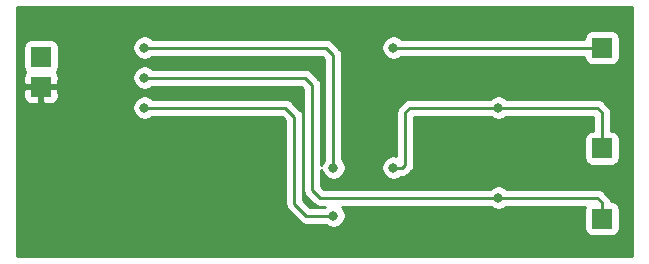
<source format=gbl>
%TF.GenerationSoftware,KiCad,Pcbnew,5.1.6*%
%TF.CreationDate,2020-09-24T12:30:59+09:00*%
%TF.ProjectId,circuit-2,63697263-7569-4742-9d32-2e6b69636164,rev?*%
%TF.SameCoordinates,Original*%
%TF.FileFunction,Copper,L2,Bot*%
%TF.FilePolarity,Positive*%
%FSLAX46Y46*%
G04 Gerber Fmt 4.6, Leading zero omitted, Abs format (unit mm)*
G04 Created by KiCad (PCBNEW 5.1.6) date 2020-09-24 12:30:59*
%MOMM*%
%LPD*%
G01*
G04 APERTURE LIST*
%TA.AperFunction,ComponentPad*%
%ADD10R,1.700000X1.700000*%
%TD*%
%TA.AperFunction,ViaPad*%
%ADD11C,0.800000*%
%TD*%
%TA.AperFunction,Conductor*%
%ADD12C,0.250000*%
%TD*%
%TA.AperFunction,Conductor*%
%ADD13C,0.254000*%
%TD*%
G04 APERTURE END LIST*
D10*
%TO.P,Q0,1*%
%TO.N,Net-(J3-Pad1)*%
X97536000Y-57023000D03*
%TD*%
%TO.P,Q1,1*%
%TO.N,Net-(J4-Pad1)*%
X97536000Y-62992000D03*
%TD*%
%TO.P,Vcc,1*%
%TO.N,VCC*%
X50038000Y-49276000D03*
%TD*%
%TO.P,Clock,1*%
%TO.N,CK*%
X97536000Y-48514000D03*
%TD*%
%TO.P,GND,1*%
%TO.N,GND*%
X50038000Y-51816000D03*
%TD*%
D11*
%TO.N,GND*%
X48768000Y-65405000D03*
X88773000Y-56134000D03*
%TO.N,CK*%
X79883000Y-48514000D03*
%TO.N,Net-(J3-Pad1)*%
X88773000Y-53594000D03*
X79883000Y-58674000D03*
X74803000Y-58674000D03*
X58801000Y-48514000D03*
%TO.N,Net-(J4-Pad1)*%
X58801000Y-51054000D03*
X88773000Y-61214000D03*
%TO.N,Net-(U1-Pad2)*%
X74803000Y-62738000D03*
X58801000Y-53594000D03*
%TD*%
D12*
%TO.N,CK*%
X79883000Y-48514000D02*
X94234000Y-48514000D01*
X94234000Y-48514000D02*
X97536000Y-48514000D01*
%TO.N,Net-(J3-Pad1)*%
X80645000Y-58674000D02*
X79883000Y-58674000D01*
X80899000Y-58420000D02*
X80645000Y-58674000D01*
X80899000Y-53975000D02*
X80899000Y-58420000D01*
X81280000Y-53594000D02*
X80899000Y-53975000D01*
X88773000Y-53594000D02*
X81280000Y-53594000D01*
X97536000Y-53975000D02*
X97155000Y-53594000D01*
X97536000Y-55245000D02*
X97536000Y-53975000D01*
X97155000Y-53594000D02*
X88773000Y-53594000D01*
X74803000Y-49149000D02*
X74803000Y-58674000D01*
X74168000Y-48514000D02*
X74803000Y-49149000D01*
X58801000Y-48514000D02*
X74168000Y-48514000D01*
X97536000Y-55245000D02*
X97536000Y-57023000D01*
%TO.N,Net-(J4-Pad1)*%
X72390000Y-51054000D02*
X58801000Y-51054000D01*
X73025000Y-51689000D02*
X72390000Y-51054000D01*
X73025000Y-60579000D02*
X73025000Y-51689000D01*
X73660000Y-61214000D02*
X73025000Y-60579000D01*
X88773000Y-61214000D02*
X73660000Y-61214000D01*
X97536000Y-61595000D02*
X97155000Y-61214000D01*
X97536000Y-62992000D02*
X97536000Y-61595000D01*
X88773000Y-61214000D02*
X97155000Y-61214000D01*
%TO.N,Net-(U1-Pad2)*%
X71501000Y-61722000D02*
X72517000Y-62738000D01*
X72517000Y-62738000D02*
X74803000Y-62738000D01*
X71501000Y-54356000D02*
X71501000Y-61722000D01*
X70739000Y-53594000D02*
X71501000Y-54356000D01*
X58801000Y-53594000D02*
X70739000Y-53594000D01*
%TD*%
D13*
%TO.N,GND*%
G36*
X100076000Y-66167000D02*
G01*
X48006000Y-66167000D01*
X48006000Y-52666000D01*
X48549928Y-52666000D01*
X48562188Y-52790482D01*
X48598498Y-52910180D01*
X48657463Y-53020494D01*
X48736815Y-53117185D01*
X48833506Y-53196537D01*
X48943820Y-53255502D01*
X49063518Y-53291812D01*
X49188000Y-53304072D01*
X49752250Y-53301000D01*
X49911000Y-53142250D01*
X49911000Y-51943000D01*
X50165000Y-51943000D01*
X50165000Y-53142250D01*
X50323750Y-53301000D01*
X50888000Y-53304072D01*
X51012482Y-53291812D01*
X51132180Y-53255502D01*
X51242494Y-53196537D01*
X51339185Y-53117185D01*
X51418537Y-53020494D01*
X51477502Y-52910180D01*
X51513812Y-52790482D01*
X51526072Y-52666000D01*
X51523000Y-52101750D01*
X51364250Y-51943000D01*
X50165000Y-51943000D01*
X49911000Y-51943000D01*
X48711750Y-51943000D01*
X48553000Y-52101750D01*
X48549928Y-52666000D01*
X48006000Y-52666000D01*
X48006000Y-48426000D01*
X48549928Y-48426000D01*
X48549928Y-50126000D01*
X48562188Y-50250482D01*
X48598498Y-50370180D01*
X48657463Y-50480494D01*
X48711222Y-50546000D01*
X48657463Y-50611506D01*
X48598498Y-50721820D01*
X48562188Y-50841518D01*
X48549928Y-50966000D01*
X48553000Y-51530250D01*
X48711750Y-51689000D01*
X49911000Y-51689000D01*
X49911000Y-51669000D01*
X50165000Y-51669000D01*
X50165000Y-51689000D01*
X51364250Y-51689000D01*
X51523000Y-51530250D01*
X51526072Y-50966000D01*
X51513812Y-50841518D01*
X51477502Y-50721820D01*
X51418537Y-50611506D01*
X51364778Y-50546000D01*
X51418537Y-50480494D01*
X51477502Y-50370180D01*
X51513812Y-50250482D01*
X51526072Y-50126000D01*
X51526072Y-48426000D01*
X51524700Y-48412061D01*
X57766000Y-48412061D01*
X57766000Y-48615939D01*
X57805774Y-48815898D01*
X57883795Y-49004256D01*
X57997063Y-49173774D01*
X58141226Y-49317937D01*
X58310744Y-49431205D01*
X58499102Y-49509226D01*
X58699061Y-49549000D01*
X58902939Y-49549000D01*
X59102898Y-49509226D01*
X59291256Y-49431205D01*
X59460774Y-49317937D01*
X59504711Y-49274000D01*
X73853199Y-49274000D01*
X74043000Y-49463802D01*
X74043001Y-57970288D01*
X73999063Y-58014226D01*
X73885795Y-58183744D01*
X73807774Y-58372102D01*
X73785000Y-58486596D01*
X73785000Y-51726333D01*
X73788677Y-51689000D01*
X73774003Y-51540014D01*
X73730546Y-51396753D01*
X73659974Y-51264724D01*
X73588799Y-51177997D01*
X73565001Y-51148999D01*
X73536002Y-51125200D01*
X72953803Y-50543002D01*
X72930001Y-50513999D01*
X72814276Y-50419026D01*
X72682247Y-50348454D01*
X72538986Y-50304997D01*
X72427333Y-50294000D01*
X72427322Y-50294000D01*
X72390000Y-50290324D01*
X72352678Y-50294000D01*
X59504711Y-50294000D01*
X59460774Y-50250063D01*
X59291256Y-50136795D01*
X59102898Y-50058774D01*
X58902939Y-50019000D01*
X58699061Y-50019000D01*
X58499102Y-50058774D01*
X58310744Y-50136795D01*
X58141226Y-50250063D01*
X57997063Y-50394226D01*
X57883795Y-50563744D01*
X57805774Y-50752102D01*
X57766000Y-50952061D01*
X57766000Y-51155939D01*
X57805774Y-51355898D01*
X57883795Y-51544256D01*
X57997063Y-51713774D01*
X58141226Y-51857937D01*
X58310744Y-51971205D01*
X58499102Y-52049226D01*
X58699061Y-52089000D01*
X58902939Y-52089000D01*
X59102898Y-52049226D01*
X59291256Y-51971205D01*
X59460774Y-51857937D01*
X59504711Y-51814000D01*
X72075199Y-51814000D01*
X72265001Y-52003803D01*
X72265000Y-60541678D01*
X72261324Y-60579000D01*
X72265000Y-60616322D01*
X72265000Y-60616332D01*
X72275997Y-60727985D01*
X72307344Y-60831323D01*
X72319454Y-60871246D01*
X72390026Y-61003276D01*
X72429871Y-61051826D01*
X72484999Y-61119001D01*
X72514002Y-61142803D01*
X73096200Y-61725002D01*
X73119999Y-61754001D01*
X73148997Y-61777799D01*
X73235724Y-61848974D01*
X73367753Y-61919546D01*
X73511014Y-61963003D01*
X73660000Y-61977677D01*
X73697333Y-61974000D01*
X74103289Y-61974000D01*
X74099289Y-61978000D01*
X72831802Y-61978000D01*
X72261000Y-61407199D01*
X72261000Y-54393325D01*
X72264676Y-54356000D01*
X72261000Y-54318675D01*
X72261000Y-54318667D01*
X72250003Y-54207014D01*
X72206546Y-54063753D01*
X72135974Y-53931724D01*
X72041001Y-53815999D01*
X72012004Y-53792202D01*
X71302803Y-53083002D01*
X71279001Y-53053999D01*
X71163276Y-52959026D01*
X71031247Y-52888454D01*
X70887986Y-52844997D01*
X70776333Y-52834000D01*
X70776322Y-52834000D01*
X70739000Y-52830324D01*
X70701678Y-52834000D01*
X59504711Y-52834000D01*
X59460774Y-52790063D01*
X59291256Y-52676795D01*
X59102898Y-52598774D01*
X58902939Y-52559000D01*
X58699061Y-52559000D01*
X58499102Y-52598774D01*
X58310744Y-52676795D01*
X58141226Y-52790063D01*
X57997063Y-52934226D01*
X57883795Y-53103744D01*
X57805774Y-53292102D01*
X57766000Y-53492061D01*
X57766000Y-53695939D01*
X57805774Y-53895898D01*
X57883795Y-54084256D01*
X57997063Y-54253774D01*
X58141226Y-54397937D01*
X58310744Y-54511205D01*
X58499102Y-54589226D01*
X58699061Y-54629000D01*
X58902939Y-54629000D01*
X59102898Y-54589226D01*
X59291256Y-54511205D01*
X59460774Y-54397937D01*
X59504711Y-54354000D01*
X70424199Y-54354000D01*
X70741000Y-54670802D01*
X70741001Y-61684668D01*
X70737324Y-61722000D01*
X70741001Y-61759333D01*
X70751998Y-61870986D01*
X70760138Y-61897820D01*
X70795454Y-62014246D01*
X70866026Y-62146276D01*
X70932273Y-62226997D01*
X70961000Y-62262001D01*
X70989998Y-62285799D01*
X71953201Y-63249003D01*
X71976999Y-63278001D01*
X72005997Y-63301799D01*
X72092723Y-63372974D01*
X72173733Y-63416275D01*
X72224753Y-63443546D01*
X72368014Y-63487003D01*
X72479667Y-63498000D01*
X72479677Y-63498000D01*
X72517000Y-63501676D01*
X72554322Y-63498000D01*
X74099289Y-63498000D01*
X74143226Y-63541937D01*
X74312744Y-63655205D01*
X74501102Y-63733226D01*
X74701061Y-63773000D01*
X74904939Y-63773000D01*
X75104898Y-63733226D01*
X75293256Y-63655205D01*
X75462774Y-63541937D01*
X75606937Y-63397774D01*
X75720205Y-63228256D01*
X75798226Y-63039898D01*
X75838000Y-62839939D01*
X75838000Y-62636061D01*
X75798226Y-62436102D01*
X75720205Y-62247744D01*
X75606937Y-62078226D01*
X75502711Y-61974000D01*
X88069289Y-61974000D01*
X88113226Y-62017937D01*
X88282744Y-62131205D01*
X88471102Y-62209226D01*
X88671061Y-62249000D01*
X88874939Y-62249000D01*
X89074898Y-62209226D01*
X89263256Y-62131205D01*
X89432774Y-62017937D01*
X89476711Y-61974000D01*
X96073389Y-61974000D01*
X96060188Y-62017518D01*
X96047928Y-62142000D01*
X96047928Y-63842000D01*
X96060188Y-63966482D01*
X96096498Y-64086180D01*
X96155463Y-64196494D01*
X96234815Y-64293185D01*
X96331506Y-64372537D01*
X96441820Y-64431502D01*
X96561518Y-64467812D01*
X96686000Y-64480072D01*
X98386000Y-64480072D01*
X98510482Y-64467812D01*
X98630180Y-64431502D01*
X98740494Y-64372537D01*
X98837185Y-64293185D01*
X98916537Y-64196494D01*
X98975502Y-64086180D01*
X99011812Y-63966482D01*
X99024072Y-63842000D01*
X99024072Y-62142000D01*
X99011812Y-62017518D01*
X98975502Y-61897820D01*
X98916537Y-61787506D01*
X98837185Y-61690815D01*
X98740494Y-61611463D01*
X98630180Y-61552498D01*
X98510482Y-61516188D01*
X98386000Y-61503928D01*
X98290707Y-61503928D01*
X98285003Y-61446014D01*
X98241546Y-61302753D01*
X98170974Y-61170724D01*
X98076001Y-61054999D01*
X98046997Y-61031196D01*
X97718804Y-60703003D01*
X97695001Y-60673999D01*
X97579276Y-60579026D01*
X97447247Y-60508454D01*
X97303986Y-60464997D01*
X97192333Y-60454000D01*
X97192322Y-60454000D01*
X97155000Y-60450324D01*
X97117678Y-60454000D01*
X89476711Y-60454000D01*
X89432774Y-60410063D01*
X89263256Y-60296795D01*
X89074898Y-60218774D01*
X88874939Y-60179000D01*
X88671061Y-60179000D01*
X88471102Y-60218774D01*
X88282744Y-60296795D01*
X88113226Y-60410063D01*
X88069289Y-60454000D01*
X73974802Y-60454000D01*
X73785000Y-60264199D01*
X73785000Y-58861404D01*
X73807774Y-58975898D01*
X73885795Y-59164256D01*
X73999063Y-59333774D01*
X74143226Y-59477937D01*
X74312744Y-59591205D01*
X74501102Y-59669226D01*
X74701061Y-59709000D01*
X74904939Y-59709000D01*
X75104898Y-59669226D01*
X75293256Y-59591205D01*
X75462774Y-59477937D01*
X75606937Y-59333774D01*
X75720205Y-59164256D01*
X75798226Y-58975898D01*
X75838000Y-58775939D01*
X75838000Y-58572061D01*
X78848000Y-58572061D01*
X78848000Y-58775939D01*
X78887774Y-58975898D01*
X78965795Y-59164256D01*
X79079063Y-59333774D01*
X79223226Y-59477937D01*
X79392744Y-59591205D01*
X79581102Y-59669226D01*
X79781061Y-59709000D01*
X79984939Y-59709000D01*
X80184898Y-59669226D01*
X80373256Y-59591205D01*
X80542774Y-59477937D01*
X80586711Y-59434000D01*
X80607678Y-59434000D01*
X80645000Y-59437676D01*
X80682322Y-59434000D01*
X80682333Y-59434000D01*
X80793986Y-59423003D01*
X80937247Y-59379546D01*
X81069276Y-59308974D01*
X81185001Y-59214001D01*
X81208804Y-59184997D01*
X81409997Y-58983804D01*
X81439001Y-58960001D01*
X81533974Y-58844276D01*
X81604546Y-58712247D01*
X81648003Y-58568986D01*
X81659000Y-58457333D01*
X81659000Y-58457324D01*
X81662676Y-58420001D01*
X81659000Y-58382678D01*
X81659000Y-54354000D01*
X88069289Y-54354000D01*
X88113226Y-54397937D01*
X88282744Y-54511205D01*
X88471102Y-54589226D01*
X88671061Y-54629000D01*
X88874939Y-54629000D01*
X89074898Y-54589226D01*
X89263256Y-54511205D01*
X89432774Y-54397937D01*
X89476711Y-54354000D01*
X96776001Y-54354000D01*
X96776000Y-55207667D01*
X96776000Y-55534928D01*
X96686000Y-55534928D01*
X96561518Y-55547188D01*
X96441820Y-55583498D01*
X96331506Y-55642463D01*
X96234815Y-55721815D01*
X96155463Y-55818506D01*
X96096498Y-55928820D01*
X96060188Y-56048518D01*
X96047928Y-56173000D01*
X96047928Y-57873000D01*
X96060188Y-57997482D01*
X96096498Y-58117180D01*
X96155463Y-58227494D01*
X96234815Y-58324185D01*
X96331506Y-58403537D01*
X96441820Y-58462502D01*
X96561518Y-58498812D01*
X96686000Y-58511072D01*
X98386000Y-58511072D01*
X98510482Y-58498812D01*
X98630180Y-58462502D01*
X98740494Y-58403537D01*
X98837185Y-58324185D01*
X98916537Y-58227494D01*
X98975502Y-58117180D01*
X99011812Y-57997482D01*
X99024072Y-57873000D01*
X99024072Y-56173000D01*
X99011812Y-56048518D01*
X98975502Y-55928820D01*
X98916537Y-55818506D01*
X98837185Y-55721815D01*
X98740494Y-55642463D01*
X98630180Y-55583498D01*
X98510482Y-55547188D01*
X98386000Y-55534928D01*
X98296000Y-55534928D01*
X98296000Y-54012322D01*
X98299676Y-53974999D01*
X98296000Y-53937676D01*
X98296000Y-53937667D01*
X98285003Y-53826014D01*
X98241546Y-53682753D01*
X98170974Y-53550724D01*
X98076001Y-53434999D01*
X98046997Y-53411196D01*
X97718804Y-53083003D01*
X97695001Y-53053999D01*
X97579276Y-52959026D01*
X97447247Y-52888454D01*
X97303986Y-52844997D01*
X97192333Y-52834000D01*
X97192322Y-52834000D01*
X97155000Y-52830324D01*
X97117678Y-52834000D01*
X89476711Y-52834000D01*
X89432774Y-52790063D01*
X89263256Y-52676795D01*
X89074898Y-52598774D01*
X88874939Y-52559000D01*
X88671061Y-52559000D01*
X88471102Y-52598774D01*
X88282744Y-52676795D01*
X88113226Y-52790063D01*
X88069289Y-52834000D01*
X81317322Y-52834000D01*
X81279999Y-52830324D01*
X81242676Y-52834000D01*
X81242667Y-52834000D01*
X81131014Y-52844997D01*
X80987753Y-52888454D01*
X80855724Y-52959026D01*
X80739999Y-53053999D01*
X80716196Y-53083003D01*
X80388003Y-53411196D01*
X80358999Y-53434999D01*
X80312170Y-53492061D01*
X80264026Y-53550724D01*
X80210719Y-53650454D01*
X80193454Y-53682754D01*
X80149997Y-53826015D01*
X80139000Y-53937668D01*
X80139000Y-53937678D01*
X80135324Y-53975000D01*
X80139000Y-54012323D01*
X80139001Y-57669645D01*
X79984939Y-57639000D01*
X79781061Y-57639000D01*
X79581102Y-57678774D01*
X79392744Y-57756795D01*
X79223226Y-57870063D01*
X79079063Y-58014226D01*
X78965795Y-58183744D01*
X78887774Y-58372102D01*
X78848000Y-58572061D01*
X75838000Y-58572061D01*
X75798226Y-58372102D01*
X75720205Y-58183744D01*
X75606937Y-58014226D01*
X75563000Y-57970289D01*
X75563000Y-49186333D01*
X75566677Y-49149000D01*
X75552003Y-49000014D01*
X75508546Y-48856753D01*
X75437974Y-48724724D01*
X75366799Y-48637997D01*
X75343001Y-48608999D01*
X75314004Y-48585202D01*
X75140863Y-48412061D01*
X78848000Y-48412061D01*
X78848000Y-48615939D01*
X78887774Y-48815898D01*
X78965795Y-49004256D01*
X79079063Y-49173774D01*
X79223226Y-49317937D01*
X79392744Y-49431205D01*
X79581102Y-49509226D01*
X79781061Y-49549000D01*
X79984939Y-49549000D01*
X80184898Y-49509226D01*
X80373256Y-49431205D01*
X80542774Y-49317937D01*
X80586711Y-49274000D01*
X96047928Y-49274000D01*
X96047928Y-49364000D01*
X96060188Y-49488482D01*
X96096498Y-49608180D01*
X96155463Y-49718494D01*
X96234815Y-49815185D01*
X96331506Y-49894537D01*
X96441820Y-49953502D01*
X96561518Y-49989812D01*
X96686000Y-50002072D01*
X98386000Y-50002072D01*
X98510482Y-49989812D01*
X98630180Y-49953502D01*
X98740494Y-49894537D01*
X98837185Y-49815185D01*
X98916537Y-49718494D01*
X98975502Y-49608180D01*
X99011812Y-49488482D01*
X99024072Y-49364000D01*
X99024072Y-47664000D01*
X99011812Y-47539518D01*
X98975502Y-47419820D01*
X98916537Y-47309506D01*
X98837185Y-47212815D01*
X98740494Y-47133463D01*
X98630180Y-47074498D01*
X98510482Y-47038188D01*
X98386000Y-47025928D01*
X96686000Y-47025928D01*
X96561518Y-47038188D01*
X96441820Y-47074498D01*
X96331506Y-47133463D01*
X96234815Y-47212815D01*
X96155463Y-47309506D01*
X96096498Y-47419820D01*
X96060188Y-47539518D01*
X96047928Y-47664000D01*
X96047928Y-47754000D01*
X80586711Y-47754000D01*
X80542774Y-47710063D01*
X80373256Y-47596795D01*
X80184898Y-47518774D01*
X79984939Y-47479000D01*
X79781061Y-47479000D01*
X79581102Y-47518774D01*
X79392744Y-47596795D01*
X79223226Y-47710063D01*
X79079063Y-47854226D01*
X78965795Y-48023744D01*
X78887774Y-48212102D01*
X78848000Y-48412061D01*
X75140863Y-48412061D01*
X74731803Y-48003002D01*
X74708001Y-47973999D01*
X74592276Y-47879026D01*
X74460247Y-47808454D01*
X74316986Y-47764997D01*
X74205333Y-47754000D01*
X74205322Y-47754000D01*
X74168000Y-47750324D01*
X74130678Y-47754000D01*
X59504711Y-47754000D01*
X59460774Y-47710063D01*
X59291256Y-47596795D01*
X59102898Y-47518774D01*
X58902939Y-47479000D01*
X58699061Y-47479000D01*
X58499102Y-47518774D01*
X58310744Y-47596795D01*
X58141226Y-47710063D01*
X57997063Y-47854226D01*
X57883795Y-48023744D01*
X57805774Y-48212102D01*
X57766000Y-48412061D01*
X51524700Y-48412061D01*
X51513812Y-48301518D01*
X51477502Y-48181820D01*
X51418537Y-48071506D01*
X51339185Y-47974815D01*
X51242494Y-47895463D01*
X51132180Y-47836498D01*
X51012482Y-47800188D01*
X50888000Y-47787928D01*
X49188000Y-47787928D01*
X49063518Y-47800188D01*
X48943820Y-47836498D01*
X48833506Y-47895463D01*
X48736815Y-47974815D01*
X48657463Y-48071506D01*
X48598498Y-48181820D01*
X48562188Y-48301518D01*
X48549928Y-48426000D01*
X48006000Y-48426000D01*
X48006000Y-45085000D01*
X100076000Y-45085000D01*
X100076000Y-66167000D01*
G37*
X100076000Y-66167000D02*
X48006000Y-66167000D01*
X48006000Y-52666000D01*
X48549928Y-52666000D01*
X48562188Y-52790482D01*
X48598498Y-52910180D01*
X48657463Y-53020494D01*
X48736815Y-53117185D01*
X48833506Y-53196537D01*
X48943820Y-53255502D01*
X49063518Y-53291812D01*
X49188000Y-53304072D01*
X49752250Y-53301000D01*
X49911000Y-53142250D01*
X49911000Y-51943000D01*
X50165000Y-51943000D01*
X50165000Y-53142250D01*
X50323750Y-53301000D01*
X50888000Y-53304072D01*
X51012482Y-53291812D01*
X51132180Y-53255502D01*
X51242494Y-53196537D01*
X51339185Y-53117185D01*
X51418537Y-53020494D01*
X51477502Y-52910180D01*
X51513812Y-52790482D01*
X51526072Y-52666000D01*
X51523000Y-52101750D01*
X51364250Y-51943000D01*
X50165000Y-51943000D01*
X49911000Y-51943000D01*
X48711750Y-51943000D01*
X48553000Y-52101750D01*
X48549928Y-52666000D01*
X48006000Y-52666000D01*
X48006000Y-48426000D01*
X48549928Y-48426000D01*
X48549928Y-50126000D01*
X48562188Y-50250482D01*
X48598498Y-50370180D01*
X48657463Y-50480494D01*
X48711222Y-50546000D01*
X48657463Y-50611506D01*
X48598498Y-50721820D01*
X48562188Y-50841518D01*
X48549928Y-50966000D01*
X48553000Y-51530250D01*
X48711750Y-51689000D01*
X49911000Y-51689000D01*
X49911000Y-51669000D01*
X50165000Y-51669000D01*
X50165000Y-51689000D01*
X51364250Y-51689000D01*
X51523000Y-51530250D01*
X51526072Y-50966000D01*
X51513812Y-50841518D01*
X51477502Y-50721820D01*
X51418537Y-50611506D01*
X51364778Y-50546000D01*
X51418537Y-50480494D01*
X51477502Y-50370180D01*
X51513812Y-50250482D01*
X51526072Y-50126000D01*
X51526072Y-48426000D01*
X51524700Y-48412061D01*
X57766000Y-48412061D01*
X57766000Y-48615939D01*
X57805774Y-48815898D01*
X57883795Y-49004256D01*
X57997063Y-49173774D01*
X58141226Y-49317937D01*
X58310744Y-49431205D01*
X58499102Y-49509226D01*
X58699061Y-49549000D01*
X58902939Y-49549000D01*
X59102898Y-49509226D01*
X59291256Y-49431205D01*
X59460774Y-49317937D01*
X59504711Y-49274000D01*
X73853199Y-49274000D01*
X74043000Y-49463802D01*
X74043001Y-57970288D01*
X73999063Y-58014226D01*
X73885795Y-58183744D01*
X73807774Y-58372102D01*
X73785000Y-58486596D01*
X73785000Y-51726333D01*
X73788677Y-51689000D01*
X73774003Y-51540014D01*
X73730546Y-51396753D01*
X73659974Y-51264724D01*
X73588799Y-51177997D01*
X73565001Y-51148999D01*
X73536002Y-51125200D01*
X72953803Y-50543002D01*
X72930001Y-50513999D01*
X72814276Y-50419026D01*
X72682247Y-50348454D01*
X72538986Y-50304997D01*
X72427333Y-50294000D01*
X72427322Y-50294000D01*
X72390000Y-50290324D01*
X72352678Y-50294000D01*
X59504711Y-50294000D01*
X59460774Y-50250063D01*
X59291256Y-50136795D01*
X59102898Y-50058774D01*
X58902939Y-50019000D01*
X58699061Y-50019000D01*
X58499102Y-50058774D01*
X58310744Y-50136795D01*
X58141226Y-50250063D01*
X57997063Y-50394226D01*
X57883795Y-50563744D01*
X57805774Y-50752102D01*
X57766000Y-50952061D01*
X57766000Y-51155939D01*
X57805774Y-51355898D01*
X57883795Y-51544256D01*
X57997063Y-51713774D01*
X58141226Y-51857937D01*
X58310744Y-51971205D01*
X58499102Y-52049226D01*
X58699061Y-52089000D01*
X58902939Y-52089000D01*
X59102898Y-52049226D01*
X59291256Y-51971205D01*
X59460774Y-51857937D01*
X59504711Y-51814000D01*
X72075199Y-51814000D01*
X72265001Y-52003803D01*
X72265000Y-60541678D01*
X72261324Y-60579000D01*
X72265000Y-60616322D01*
X72265000Y-60616332D01*
X72275997Y-60727985D01*
X72307344Y-60831323D01*
X72319454Y-60871246D01*
X72390026Y-61003276D01*
X72429871Y-61051826D01*
X72484999Y-61119001D01*
X72514002Y-61142803D01*
X73096200Y-61725002D01*
X73119999Y-61754001D01*
X73148997Y-61777799D01*
X73235724Y-61848974D01*
X73367753Y-61919546D01*
X73511014Y-61963003D01*
X73660000Y-61977677D01*
X73697333Y-61974000D01*
X74103289Y-61974000D01*
X74099289Y-61978000D01*
X72831802Y-61978000D01*
X72261000Y-61407199D01*
X72261000Y-54393325D01*
X72264676Y-54356000D01*
X72261000Y-54318675D01*
X72261000Y-54318667D01*
X72250003Y-54207014D01*
X72206546Y-54063753D01*
X72135974Y-53931724D01*
X72041001Y-53815999D01*
X72012004Y-53792202D01*
X71302803Y-53083002D01*
X71279001Y-53053999D01*
X71163276Y-52959026D01*
X71031247Y-52888454D01*
X70887986Y-52844997D01*
X70776333Y-52834000D01*
X70776322Y-52834000D01*
X70739000Y-52830324D01*
X70701678Y-52834000D01*
X59504711Y-52834000D01*
X59460774Y-52790063D01*
X59291256Y-52676795D01*
X59102898Y-52598774D01*
X58902939Y-52559000D01*
X58699061Y-52559000D01*
X58499102Y-52598774D01*
X58310744Y-52676795D01*
X58141226Y-52790063D01*
X57997063Y-52934226D01*
X57883795Y-53103744D01*
X57805774Y-53292102D01*
X57766000Y-53492061D01*
X57766000Y-53695939D01*
X57805774Y-53895898D01*
X57883795Y-54084256D01*
X57997063Y-54253774D01*
X58141226Y-54397937D01*
X58310744Y-54511205D01*
X58499102Y-54589226D01*
X58699061Y-54629000D01*
X58902939Y-54629000D01*
X59102898Y-54589226D01*
X59291256Y-54511205D01*
X59460774Y-54397937D01*
X59504711Y-54354000D01*
X70424199Y-54354000D01*
X70741000Y-54670802D01*
X70741001Y-61684668D01*
X70737324Y-61722000D01*
X70741001Y-61759333D01*
X70751998Y-61870986D01*
X70760138Y-61897820D01*
X70795454Y-62014246D01*
X70866026Y-62146276D01*
X70932273Y-62226997D01*
X70961000Y-62262001D01*
X70989998Y-62285799D01*
X71953201Y-63249003D01*
X71976999Y-63278001D01*
X72005997Y-63301799D01*
X72092723Y-63372974D01*
X72173733Y-63416275D01*
X72224753Y-63443546D01*
X72368014Y-63487003D01*
X72479667Y-63498000D01*
X72479677Y-63498000D01*
X72517000Y-63501676D01*
X72554322Y-63498000D01*
X74099289Y-63498000D01*
X74143226Y-63541937D01*
X74312744Y-63655205D01*
X74501102Y-63733226D01*
X74701061Y-63773000D01*
X74904939Y-63773000D01*
X75104898Y-63733226D01*
X75293256Y-63655205D01*
X75462774Y-63541937D01*
X75606937Y-63397774D01*
X75720205Y-63228256D01*
X75798226Y-63039898D01*
X75838000Y-62839939D01*
X75838000Y-62636061D01*
X75798226Y-62436102D01*
X75720205Y-62247744D01*
X75606937Y-62078226D01*
X75502711Y-61974000D01*
X88069289Y-61974000D01*
X88113226Y-62017937D01*
X88282744Y-62131205D01*
X88471102Y-62209226D01*
X88671061Y-62249000D01*
X88874939Y-62249000D01*
X89074898Y-62209226D01*
X89263256Y-62131205D01*
X89432774Y-62017937D01*
X89476711Y-61974000D01*
X96073389Y-61974000D01*
X96060188Y-62017518D01*
X96047928Y-62142000D01*
X96047928Y-63842000D01*
X96060188Y-63966482D01*
X96096498Y-64086180D01*
X96155463Y-64196494D01*
X96234815Y-64293185D01*
X96331506Y-64372537D01*
X96441820Y-64431502D01*
X96561518Y-64467812D01*
X96686000Y-64480072D01*
X98386000Y-64480072D01*
X98510482Y-64467812D01*
X98630180Y-64431502D01*
X98740494Y-64372537D01*
X98837185Y-64293185D01*
X98916537Y-64196494D01*
X98975502Y-64086180D01*
X99011812Y-63966482D01*
X99024072Y-63842000D01*
X99024072Y-62142000D01*
X99011812Y-62017518D01*
X98975502Y-61897820D01*
X98916537Y-61787506D01*
X98837185Y-61690815D01*
X98740494Y-61611463D01*
X98630180Y-61552498D01*
X98510482Y-61516188D01*
X98386000Y-61503928D01*
X98290707Y-61503928D01*
X98285003Y-61446014D01*
X98241546Y-61302753D01*
X98170974Y-61170724D01*
X98076001Y-61054999D01*
X98046997Y-61031196D01*
X97718804Y-60703003D01*
X97695001Y-60673999D01*
X97579276Y-60579026D01*
X97447247Y-60508454D01*
X97303986Y-60464997D01*
X97192333Y-60454000D01*
X97192322Y-60454000D01*
X97155000Y-60450324D01*
X97117678Y-60454000D01*
X89476711Y-60454000D01*
X89432774Y-60410063D01*
X89263256Y-60296795D01*
X89074898Y-60218774D01*
X88874939Y-60179000D01*
X88671061Y-60179000D01*
X88471102Y-60218774D01*
X88282744Y-60296795D01*
X88113226Y-60410063D01*
X88069289Y-60454000D01*
X73974802Y-60454000D01*
X73785000Y-60264199D01*
X73785000Y-58861404D01*
X73807774Y-58975898D01*
X73885795Y-59164256D01*
X73999063Y-59333774D01*
X74143226Y-59477937D01*
X74312744Y-59591205D01*
X74501102Y-59669226D01*
X74701061Y-59709000D01*
X74904939Y-59709000D01*
X75104898Y-59669226D01*
X75293256Y-59591205D01*
X75462774Y-59477937D01*
X75606937Y-59333774D01*
X75720205Y-59164256D01*
X75798226Y-58975898D01*
X75838000Y-58775939D01*
X75838000Y-58572061D01*
X78848000Y-58572061D01*
X78848000Y-58775939D01*
X78887774Y-58975898D01*
X78965795Y-59164256D01*
X79079063Y-59333774D01*
X79223226Y-59477937D01*
X79392744Y-59591205D01*
X79581102Y-59669226D01*
X79781061Y-59709000D01*
X79984939Y-59709000D01*
X80184898Y-59669226D01*
X80373256Y-59591205D01*
X80542774Y-59477937D01*
X80586711Y-59434000D01*
X80607678Y-59434000D01*
X80645000Y-59437676D01*
X80682322Y-59434000D01*
X80682333Y-59434000D01*
X80793986Y-59423003D01*
X80937247Y-59379546D01*
X81069276Y-59308974D01*
X81185001Y-59214001D01*
X81208804Y-59184997D01*
X81409997Y-58983804D01*
X81439001Y-58960001D01*
X81533974Y-58844276D01*
X81604546Y-58712247D01*
X81648003Y-58568986D01*
X81659000Y-58457333D01*
X81659000Y-58457324D01*
X81662676Y-58420001D01*
X81659000Y-58382678D01*
X81659000Y-54354000D01*
X88069289Y-54354000D01*
X88113226Y-54397937D01*
X88282744Y-54511205D01*
X88471102Y-54589226D01*
X88671061Y-54629000D01*
X88874939Y-54629000D01*
X89074898Y-54589226D01*
X89263256Y-54511205D01*
X89432774Y-54397937D01*
X89476711Y-54354000D01*
X96776001Y-54354000D01*
X96776000Y-55207667D01*
X96776000Y-55534928D01*
X96686000Y-55534928D01*
X96561518Y-55547188D01*
X96441820Y-55583498D01*
X96331506Y-55642463D01*
X96234815Y-55721815D01*
X96155463Y-55818506D01*
X96096498Y-55928820D01*
X96060188Y-56048518D01*
X96047928Y-56173000D01*
X96047928Y-57873000D01*
X96060188Y-57997482D01*
X96096498Y-58117180D01*
X96155463Y-58227494D01*
X96234815Y-58324185D01*
X96331506Y-58403537D01*
X96441820Y-58462502D01*
X96561518Y-58498812D01*
X96686000Y-58511072D01*
X98386000Y-58511072D01*
X98510482Y-58498812D01*
X98630180Y-58462502D01*
X98740494Y-58403537D01*
X98837185Y-58324185D01*
X98916537Y-58227494D01*
X98975502Y-58117180D01*
X99011812Y-57997482D01*
X99024072Y-57873000D01*
X99024072Y-56173000D01*
X99011812Y-56048518D01*
X98975502Y-55928820D01*
X98916537Y-55818506D01*
X98837185Y-55721815D01*
X98740494Y-55642463D01*
X98630180Y-55583498D01*
X98510482Y-55547188D01*
X98386000Y-55534928D01*
X98296000Y-55534928D01*
X98296000Y-54012322D01*
X98299676Y-53974999D01*
X98296000Y-53937676D01*
X98296000Y-53937667D01*
X98285003Y-53826014D01*
X98241546Y-53682753D01*
X98170974Y-53550724D01*
X98076001Y-53434999D01*
X98046997Y-53411196D01*
X97718804Y-53083003D01*
X97695001Y-53053999D01*
X97579276Y-52959026D01*
X97447247Y-52888454D01*
X97303986Y-52844997D01*
X97192333Y-52834000D01*
X97192322Y-52834000D01*
X97155000Y-52830324D01*
X97117678Y-52834000D01*
X89476711Y-52834000D01*
X89432774Y-52790063D01*
X89263256Y-52676795D01*
X89074898Y-52598774D01*
X88874939Y-52559000D01*
X88671061Y-52559000D01*
X88471102Y-52598774D01*
X88282744Y-52676795D01*
X88113226Y-52790063D01*
X88069289Y-52834000D01*
X81317322Y-52834000D01*
X81279999Y-52830324D01*
X81242676Y-52834000D01*
X81242667Y-52834000D01*
X81131014Y-52844997D01*
X80987753Y-52888454D01*
X80855724Y-52959026D01*
X80739999Y-53053999D01*
X80716196Y-53083003D01*
X80388003Y-53411196D01*
X80358999Y-53434999D01*
X80312170Y-53492061D01*
X80264026Y-53550724D01*
X80210719Y-53650454D01*
X80193454Y-53682754D01*
X80149997Y-53826015D01*
X80139000Y-53937668D01*
X80139000Y-53937678D01*
X80135324Y-53975000D01*
X80139000Y-54012323D01*
X80139001Y-57669645D01*
X79984939Y-57639000D01*
X79781061Y-57639000D01*
X79581102Y-57678774D01*
X79392744Y-57756795D01*
X79223226Y-57870063D01*
X79079063Y-58014226D01*
X78965795Y-58183744D01*
X78887774Y-58372102D01*
X78848000Y-58572061D01*
X75838000Y-58572061D01*
X75798226Y-58372102D01*
X75720205Y-58183744D01*
X75606937Y-58014226D01*
X75563000Y-57970289D01*
X75563000Y-49186333D01*
X75566677Y-49149000D01*
X75552003Y-49000014D01*
X75508546Y-48856753D01*
X75437974Y-48724724D01*
X75366799Y-48637997D01*
X75343001Y-48608999D01*
X75314004Y-48585202D01*
X75140863Y-48412061D01*
X78848000Y-48412061D01*
X78848000Y-48615939D01*
X78887774Y-48815898D01*
X78965795Y-49004256D01*
X79079063Y-49173774D01*
X79223226Y-49317937D01*
X79392744Y-49431205D01*
X79581102Y-49509226D01*
X79781061Y-49549000D01*
X79984939Y-49549000D01*
X80184898Y-49509226D01*
X80373256Y-49431205D01*
X80542774Y-49317937D01*
X80586711Y-49274000D01*
X96047928Y-49274000D01*
X96047928Y-49364000D01*
X96060188Y-49488482D01*
X96096498Y-49608180D01*
X96155463Y-49718494D01*
X96234815Y-49815185D01*
X96331506Y-49894537D01*
X96441820Y-49953502D01*
X96561518Y-49989812D01*
X96686000Y-50002072D01*
X98386000Y-50002072D01*
X98510482Y-49989812D01*
X98630180Y-49953502D01*
X98740494Y-49894537D01*
X98837185Y-49815185D01*
X98916537Y-49718494D01*
X98975502Y-49608180D01*
X99011812Y-49488482D01*
X99024072Y-49364000D01*
X99024072Y-47664000D01*
X99011812Y-47539518D01*
X98975502Y-47419820D01*
X98916537Y-47309506D01*
X98837185Y-47212815D01*
X98740494Y-47133463D01*
X98630180Y-47074498D01*
X98510482Y-47038188D01*
X98386000Y-47025928D01*
X96686000Y-47025928D01*
X96561518Y-47038188D01*
X96441820Y-47074498D01*
X96331506Y-47133463D01*
X96234815Y-47212815D01*
X96155463Y-47309506D01*
X96096498Y-47419820D01*
X96060188Y-47539518D01*
X96047928Y-47664000D01*
X96047928Y-47754000D01*
X80586711Y-47754000D01*
X80542774Y-47710063D01*
X80373256Y-47596795D01*
X80184898Y-47518774D01*
X79984939Y-47479000D01*
X79781061Y-47479000D01*
X79581102Y-47518774D01*
X79392744Y-47596795D01*
X79223226Y-47710063D01*
X79079063Y-47854226D01*
X78965795Y-48023744D01*
X78887774Y-48212102D01*
X78848000Y-48412061D01*
X75140863Y-48412061D01*
X74731803Y-48003002D01*
X74708001Y-47973999D01*
X74592276Y-47879026D01*
X74460247Y-47808454D01*
X74316986Y-47764997D01*
X74205333Y-47754000D01*
X74205322Y-47754000D01*
X74168000Y-47750324D01*
X74130678Y-47754000D01*
X59504711Y-47754000D01*
X59460774Y-47710063D01*
X59291256Y-47596795D01*
X59102898Y-47518774D01*
X58902939Y-47479000D01*
X58699061Y-47479000D01*
X58499102Y-47518774D01*
X58310744Y-47596795D01*
X58141226Y-47710063D01*
X57997063Y-47854226D01*
X57883795Y-48023744D01*
X57805774Y-48212102D01*
X57766000Y-48412061D01*
X51524700Y-48412061D01*
X51513812Y-48301518D01*
X51477502Y-48181820D01*
X51418537Y-48071506D01*
X51339185Y-47974815D01*
X51242494Y-47895463D01*
X51132180Y-47836498D01*
X51012482Y-47800188D01*
X50888000Y-47787928D01*
X49188000Y-47787928D01*
X49063518Y-47800188D01*
X48943820Y-47836498D01*
X48833506Y-47895463D01*
X48736815Y-47974815D01*
X48657463Y-48071506D01*
X48598498Y-48181820D01*
X48562188Y-48301518D01*
X48549928Y-48426000D01*
X48006000Y-48426000D01*
X48006000Y-45085000D01*
X100076000Y-45085000D01*
X100076000Y-66167000D01*
%TD*%
M02*

</source>
